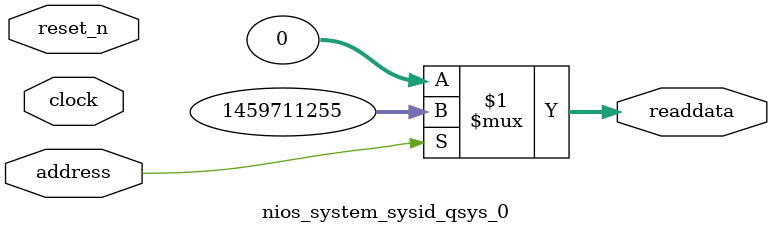
<source format=v>

`timescale 1ns / 1ps
// synthesis translate_on

// turn off superfluous verilog processor warnings 
// altera message_level Level1 
// altera message_off 10034 10035 10036 10037 10230 10240 10030 

module nios_system_sysid_qsys_0 (
               // inputs:
                address,
                clock,
                reset_n,

               // outputs:
                readdata
             )
;

  output  [ 31: 0] readdata;
  input            address;
  input            clock;
  input            reset_n;

  wire    [ 31: 0] readdata;
  //control_slave, which is an e_avalon_slave
  assign readdata = address ? 1459711255 : 0;

endmodule




</source>
